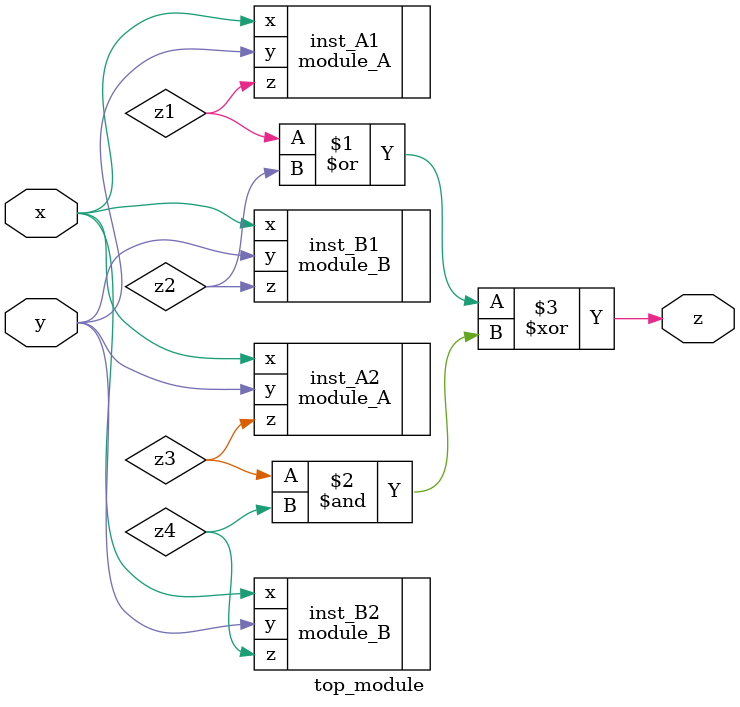
<source format=sv>
module top_module(
    input x,
    input y,
    output z
);

wire z1, z2, z3, z4;

module_A inst_A1(
    .x(x),
    .y(y),
    .z(z1)
);

module_B inst_B1(
    .x(x),
    .y(y),
    .z(z2)
);

module_A inst_A2(
    .x(x),
    .y(y),
    .z(z3)
);

module_B inst_B2(
    .x(x),
    .y(y),
    .z(z4)
);

assign z = (z1 | z2) ^ (z3 & z4);

endmodule

</source>
